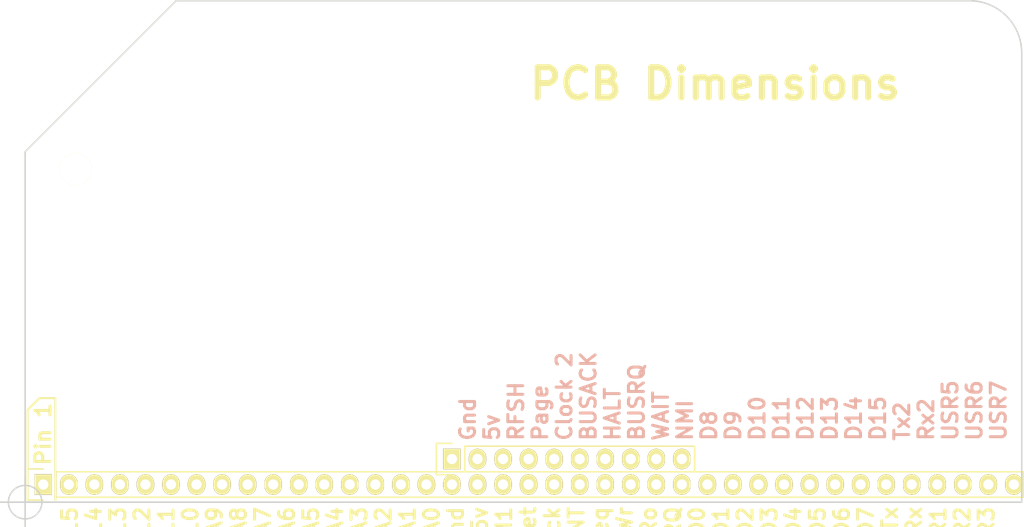
<source format=kicad_pcb>
(kicad_pcb (version 20171130) (host pcbnew 5.1.12-84ad8e8a86~92~ubuntu20.04.1)

  (general
    (thickness 1.6)
    (drawings 34)
    (tracks 0)
    (zones 0)
    (modules 3)
    (nets 48)
  )

  (page A4)
  (layers
    (0 F.Cu signal)
    (31 B.Cu signal)
    (32 B.Adhes user)
    (33 F.Adhes user)
    (34 B.Paste user)
    (35 F.Paste user)
    (36 B.SilkS user hide)
    (37 F.SilkS user hide)
    (38 B.Mask user)
    (39 F.Mask user)
    (40 Dwgs.User user)
    (41 Cmts.User user)
    (42 Eco1.User user)
    (43 Eco2.User user)
    (44 Edge.Cuts user)
    (45 Margin user)
    (46 B.CrtYd user)
    (47 F.CrtYd user hide)
    (48 B.Fab user)
    (49 F.Fab user)
  )

  (setup
    (last_trace_width 0.25)
    (trace_clearance 0.2)
    (zone_clearance 0.508)
    (zone_45_only no)
    (trace_min 0.2)
    (via_size 0.6)
    (via_drill 0.4)
    (via_min_size 0.4)
    (via_min_drill 0.3)
    (uvia_size 0.3)
    (uvia_drill 0.1)
    (uvias_allowed no)
    (uvia_min_size 0.2)
    (uvia_min_drill 0.1)
    (edge_width 0.15)
    (segment_width 0.2)
    (pcb_text_width 0.3)
    (pcb_text_size 1.5 1.5)
    (mod_edge_width 0.15)
    (mod_text_size 1 1)
    (mod_text_width 0.15)
    (pad_size 3.2 3.2)
    (pad_drill 3.2)
    (pad_to_mask_clearance 0.2)
    (aux_axis_origin 0 0)
    (visible_elements 7FFFFFFF)
    (pcbplotparams
      (layerselection 0x010f0_80000001)
      (usegerberextensions false)
      (usegerberattributes true)
      (usegerberadvancedattributes true)
      (creategerberjobfile true)
      (excludeedgelayer true)
      (linewidth 0.100000)
      (plotframeref false)
      (viasonmask false)
      (mode 1)
      (useauxorigin false)
      (hpglpennumber 1)
      (hpglpenspeed 20)
      (hpglpendiameter 15.000000)
      (psnegative false)
      (psa4output false)
      (plotreference true)
      (plotvalue true)
      (plotinvisibletext false)
      (padsonsilk false)
      (subtractmaskfromsilk false)
      (outputformat 1)
      (mirror false)
      (drillshape 0)
      (scaleselection 1)
      (outputdirectory "/home/spencer/Documents/KiCad/2016/RC2014/Dimension Template/"))
  )

  (net 0 "")
  (net 1 GND)
  (net 2 VCC)
  (net 3 /D0)
  (net 4 /D1)
  (net 5 /D2)
  (net 6 /D3)
  (net 7 /D4)
  (net 8 /D5)
  (net 9 /D6)
  (net 10 /D7)
  (net 11 "Net-(Con1-Pad35)")
  (net 12 "Net-(Con1-Pad36)")
  (net 13 "Net-(Con1-Pad37)")
  (net 14 "Net-(Con1-Pad38)")
  (net 15 "Net-(Con1-Pad39)")
  (net 16 /A15)
  (net 17 /A14)
  (net 18 /A13)
  (net 19 /A12)
  (net 20 /A11)
  (net 21 /A10)
  (net 22 /A9)
  (net 23 /A8)
  (net 24 /A7)
  (net 25 /A6)
  (net 26 /A5)
  (net 27 /A4)
  (net 28 /A3)
  (net 29 /A2)
  (net 30 /A1)
  (net 31 /A0)
  (net 32 M1)
  (net 33 RESET)
  (net 34 CLK)
  (net 35 INT)
  (net 36 MREQ)
  (net 37 WR)
  (net 38 RD)
  (net 39 IOREQ)
  (net 40 "Net-(P2-Pad3)")
  (net 41 "Net-(P2-Pad4)")
  (net 42 "Net-(P2-Pad5)")
  (net 43 "Net-(P2-Pad6)")
  (net 44 "Net-(P2-Pad7)")
  (net 45 "Net-(P2-Pad8)")
  (net 46 "Net-(P2-Pad9)")
  (net 47 "Net-(P2-Pad10)")

  (net_class Default "This is the default net class."
    (clearance 0.2)
    (trace_width 0.25)
    (via_dia 0.6)
    (via_drill 0.4)
    (uvia_dia 0.3)
    (uvia_drill 0.1)
    (add_net /A0)
    (add_net /A1)
    (add_net /A10)
    (add_net /A11)
    (add_net /A12)
    (add_net /A13)
    (add_net /A14)
    (add_net /A15)
    (add_net /A2)
    (add_net /A3)
    (add_net /A4)
    (add_net /A5)
    (add_net /A6)
    (add_net /A7)
    (add_net /A8)
    (add_net /A9)
    (add_net /D0)
    (add_net /D1)
    (add_net /D2)
    (add_net /D3)
    (add_net /D4)
    (add_net /D5)
    (add_net /D6)
    (add_net /D7)
    (add_net CLK)
    (add_net INT)
    (add_net IOREQ)
    (add_net M1)
    (add_net MREQ)
    (add_net "Net-(Con1-Pad35)")
    (add_net "Net-(Con1-Pad36)")
    (add_net "Net-(Con1-Pad37)")
    (add_net "Net-(Con1-Pad38)")
    (add_net "Net-(Con1-Pad39)")
    (add_net "Net-(P2-Pad10)")
    (add_net "Net-(P2-Pad3)")
    (add_net "Net-(P2-Pad4)")
    (add_net "Net-(P2-Pad5)")
    (add_net "Net-(P2-Pad6)")
    (add_net "Net-(P2-Pad7)")
    (add_net "Net-(P2-Pad8)")
    (add_net "Net-(P2-Pad9)")
    (add_net RD)
    (add_net RESET)
    (add_net WR)
  )

  (net_class Power ""
    (clearance 0.2)
    (trace_width 0.35)
    (via_dia 0.6)
    (via_drill 0.4)
    (uvia_dia 0.3)
    (uvia_drill 0.1)
    (add_net GND)
    (add_net VCC)
  )

  (module Pin_Headers:Pin_Header_Straight_1x40 (layer F.Cu) (tedit 583F5AD1) (tstamp 574B3D79)
    (at 155.702 151.6126 90)
    (descr "Through hole pin header")
    (tags "pin header")
    (path /57B2D86C)
    (fp_text reference "" (at 95.2119 16.6624 90) (layer F.SilkS) hide
      (effects (font (size 1 1) (thickness 0.15)))
    )
    (fp_text value "" (at 71.1454 23.5966 90) (layer F.Fab) hide
      (effects (font (size 1 1) (thickness 0.15)))
    )
    (fp_line (start -1.55 -1.55) (end 1.55 -1.55) (layer F.SilkS) (width 0.15))
    (fp_line (start -1.55 0) (end -1.55 -1.55) (layer F.SilkS) (width 0.15))
    (fp_line (start 1.27 1.27) (end -1.27 1.27) (layer F.SilkS) (width 0.15))
    (fp_line (start 1.55 -1.55) (end 1.55 0) (layer F.SilkS) (width 0.15))
    (fp_line (start 1.27 97.4598) (end 1.27 1.27) (layer F.SilkS) (width 0.15))
    (fp_line (start -1.27 97.4598) (end 1.27 97.4598) (layer F.SilkS) (width 0.15))
    (fp_line (start -1.27 1.27) (end -1.27 97.4598) (layer F.SilkS) (width 0.15))
    (fp_line (start -1.75 97.5226) (end 1.75 97.5226) (layer F.CrtYd) (width 0.05))
    (fp_line (start -1.75 -1.75) (end 1.75 -1.75) (layer F.CrtYd) (width 0.05))
    (fp_line (start 1.75 -1.75) (end 1.75 97.4598) (layer F.CrtYd) (width 0.05))
    (fp_line (start -1.75 -1.75) (end -1.75 97.4598) (layer F.CrtYd) (width 0.05))
    (pad 1 thru_hole rect (at 0 0 90) (size 2.032 1.7272) (drill 1.016) (layers *.Cu *.Mask F.SilkS)
      (net 16 /A15))
    (pad 2 thru_hole oval (at 0 2.54 90) (size 2.032 1.7272) (drill 1.016) (layers *.Cu *.Mask F.SilkS)
      (net 17 /A14))
    (pad 3 thru_hole oval (at 0 5.08 90) (size 2.032 1.7272) (drill 1.016) (layers *.Cu *.Mask F.SilkS)
      (net 18 /A13))
    (pad 4 thru_hole oval (at 0 7.62 90) (size 2.032 1.7272) (drill 1.016) (layers *.Cu *.Mask F.SilkS)
      (net 19 /A12))
    (pad 5 thru_hole oval (at 0 10.16 90) (size 2.032 1.7272) (drill 1.016) (layers *.Cu *.Mask F.SilkS)
      (net 20 /A11))
    (pad 6 thru_hole oval (at 0 12.7 90) (size 2.032 1.7272) (drill 1.016) (layers *.Cu *.Mask F.SilkS)
      (net 21 /A10))
    (pad 7 thru_hole oval (at 0 15.24 90) (size 2.032 1.7272) (drill 1.016) (layers *.Cu *.Mask F.SilkS)
      (net 22 /A9))
    (pad 8 thru_hole oval (at 0 17.78 90) (size 2.032 1.7272) (drill 1.016) (layers *.Cu *.Mask F.SilkS)
      (net 23 /A8))
    (pad 9 thru_hole oval (at 0 20.32 90) (size 2.032 1.7272) (drill 1.016) (layers *.Cu *.Mask F.SilkS)
      (net 24 /A7))
    (pad 10 thru_hole oval (at 0 22.86 90) (size 2.032 1.7272) (drill 1.016) (layers *.Cu *.Mask F.SilkS)
      (net 25 /A6))
    (pad 11 thru_hole oval (at 0 25.4 90) (size 2.032 1.7272) (drill 1.016) (layers *.Cu *.Mask F.SilkS)
      (net 26 /A5))
    (pad 12 thru_hole oval (at 0 27.94 90) (size 2.032 1.7272) (drill 1.016) (layers *.Cu *.Mask F.SilkS)
      (net 27 /A4))
    (pad 13 thru_hole oval (at 0 30.48 90) (size 2.032 1.7272) (drill 1.016) (layers *.Cu *.Mask F.SilkS)
      (net 28 /A3))
    (pad 14 thru_hole oval (at 0 33.02 90) (size 2.032 1.7272) (drill 1.016) (layers *.Cu *.Mask F.SilkS)
      (net 29 /A2))
    (pad 15 thru_hole oval (at 0 35.56 90) (size 2.032 1.7272) (drill 1.016) (layers *.Cu *.Mask F.SilkS)
      (net 30 /A1))
    (pad 16 thru_hole oval (at 0 38.1 90) (size 2.032 1.7272) (drill 1.016) (layers *.Cu *.Mask F.SilkS)
      (net 31 /A0))
    (pad 17 thru_hole oval (at 0 40.64 90) (size 2.032 1.7272) (drill 1.016) (layers *.Cu *.Mask F.SilkS)
      (net 1 GND))
    (pad 18 thru_hole oval (at 0 43.18 90) (size 2.032 1.7272) (drill 1.016) (layers *.Cu *.Mask F.SilkS)
      (net 2 VCC))
    (pad 19 thru_hole oval (at 0 45.72 90) (size 2.032 1.7272) (drill 1.016) (layers *.Cu *.Mask F.SilkS)
      (net 32 M1))
    (pad 20 thru_hole oval (at 0 48.26 90) (size 2.032 1.7272) (drill 1.016) (layers *.Cu *.Mask F.SilkS)
      (net 33 RESET))
    (pad 21 thru_hole oval (at 0 50.8 90) (size 2.032 1.7272) (drill 1.016) (layers *.Cu *.Mask F.SilkS)
      (net 34 CLK))
    (pad 22 thru_hole oval (at 0 53.34 90) (size 2.032 1.7272) (drill 1.016) (layers *.Cu *.Mask F.SilkS)
      (net 35 INT))
    (pad 23 thru_hole oval (at 0 55.88 90) (size 2.032 1.7272) (drill 1.016) (layers *.Cu *.Mask F.SilkS)
      (net 36 MREQ))
    (pad 24 thru_hole oval (at 0 58.42 90) (size 2.032 1.7272) (drill 1.016) (layers *.Cu *.Mask F.SilkS)
      (net 37 WR))
    (pad 25 thru_hole oval (at 0 60.96 90) (size 2.032 1.7272) (drill 1.016) (layers *.Cu *.Mask F.SilkS)
      (net 38 RD))
    (pad 26 thru_hole oval (at 0 63.5 90) (size 2.032 1.7272) (drill 1.016) (layers *.Cu *.Mask F.SilkS)
      (net 39 IOREQ))
    (pad 27 thru_hole oval (at 0 66.04 90) (size 2.032 1.7272) (drill 1.016) (layers *.Cu *.Mask F.SilkS)
      (net 3 /D0))
    (pad 28 thru_hole oval (at 0 68.58 90) (size 2.032 1.7272) (drill 1.016) (layers *.Cu *.Mask F.SilkS)
      (net 4 /D1))
    (pad 29 thru_hole oval (at 0 71.12 90) (size 2.032 1.7272) (drill 1.016) (layers *.Cu *.Mask F.SilkS)
      (net 5 /D2))
    (pad 30 thru_hole oval (at 0 73.66 90) (size 2.032 1.7272) (drill 1.016) (layers *.Cu *.Mask F.SilkS)
      (net 6 /D3))
    (pad 31 thru_hole oval (at 0 76.2 90) (size 2.032 1.7272) (drill 1.016) (layers *.Cu *.Mask F.SilkS)
      (net 7 /D4))
    (pad 32 thru_hole oval (at 0 78.74 90) (size 2.032 1.7272) (drill 1.016) (layers *.Cu *.Mask F.SilkS)
      (net 8 /D5))
    (pad 33 thru_hole oval (at 0 81.28 90) (size 2.032 1.7272) (drill 1.016) (layers *.Cu *.Mask F.SilkS)
      (net 9 /D6))
    (pad 34 thru_hole oval (at 0 83.82 90) (size 2.032 1.7272) (drill 1.016) (layers *.Cu *.Mask F.SilkS)
      (net 10 /D7))
    (pad 35 thru_hole oval (at 0 86.36 90) (size 2.032 1.7272) (drill 1.016) (layers *.Cu *.Mask F.SilkS)
      (net 11 "Net-(Con1-Pad35)"))
    (pad 36 thru_hole oval (at 0 88.9 90) (size 2.032 1.7272) (drill 1.016) (layers *.Cu *.Mask F.SilkS)
      (net 12 "Net-(Con1-Pad36)"))
    (pad 37 thru_hole oval (at 0 91.44 90) (size 2.032 1.7272) (drill 1.016) (layers *.Cu *.Mask F.SilkS)
      (net 13 "Net-(Con1-Pad37)"))
    (pad 38 thru_hole oval (at 0 93.98 90) (size 2.032 1.7272) (drill 1.016) (layers *.Cu *.Mask F.SilkS)
      (net 14 "Net-(Con1-Pad38)"))
    (pad 39 thru_hole oval (at 0 96.52 90) (size 2.032 1.7272) (drill 1.016) (layers *.Cu *.Mask F.SilkS)
      (net 15 "Net-(Con1-Pad39)"))
    (model Pin_Headers.3dshapes/Pin_Header_Straight_1x40.wrl
      (offset (xyz 0 -49.52999925613403 0))
      (scale (xyz 1 1 1))
      (rotate (xyz 0 0 90))
    )
  )

  (module Mounting_Holes:MountingHole_3.2mm_M3 locked (layer F.Cu) (tedit 583F5ADB) (tstamp 574B179B)
    (at 158.9278 120.2436)
    (descr "Mounting Hole 3.2mm, no annular, M3")
    (tags "mounting hole 3.2mm no annular m3")
    (fp_text reference "" (at 26.6446 -55.0545) (layer F.SilkS) hide
      (effects (font (size 1 1) (thickness 0.15)))
    )
    (fp_text value "" (at 2.3368 -73.0631 90) (layer F.Fab) hide
      (effects (font (size 1 1) (thickness 0.15)))
    )
    (fp_circle (center 0 0) (end 3.45 0) (layer F.CrtYd) (width 0.05))
    (fp_circle (center 0 0) (end 3.2 0) (layer Cmts.User) (width 0.15))
    (pad "" np_thru_hole circle (at 0 0) (size 3.2 3.2) (drill 3.2) (layers *.Cu *.Mask F.SilkS))
  )

  (module Pin_Headers:Pin_Header_Straight_1x10 (layer F.Cu) (tedit 583F5AE3) (tstamp 57B2E630)
    (at 196.342 149.0726 90)
    (descr "Through hole pin header")
    (tags "pin header")
    (path /57B2E338)
    (fp_text reference "" (at 81.5594 24.4094 90) (layer F.SilkS) hide
      (effects (font (size 1 1) (thickness 0.15)))
    )
    (fp_text value "" (at 70.5866 12.8524 90) (layer F.Fab) hide
      (effects (font (size 1 1) (thickness 0.15)))
    )
    (fp_line (start -1.55 -1.55) (end 1.55 -1.55) (layer F.SilkS) (width 0.15))
    (fp_line (start -1.55 0) (end -1.55 -1.55) (layer F.SilkS) (width 0.15))
    (fp_line (start 1.27 1.27) (end -1.27 1.27) (layer F.SilkS) (width 0.15))
    (fp_line (start 1.55 -1.55) (end 1.55 0) (layer F.SilkS) (width 0.15))
    (fp_line (start -1.27 24.13) (end -1.27 1.27) (layer F.SilkS) (width 0.15))
    (fp_line (start 1.27 24.13) (end -1.27 24.13) (layer F.SilkS) (width 0.15))
    (fp_line (start 1.27 1.27) (end 1.27 24.13) (layer F.SilkS) (width 0.15))
    (fp_line (start -1.75 24.65) (end 1.75 24.65) (layer F.CrtYd) (width 0.05))
    (fp_line (start -1.75 -1.75) (end 1.75 -1.75) (layer F.CrtYd) (width 0.05))
    (fp_line (start 1.75 -1.75) (end 1.75 24.65) (layer F.CrtYd) (width 0.05))
    (fp_line (start -1.75 -1.75) (end -1.75 24.65) (layer F.CrtYd) (width 0.05))
    (pad 1 thru_hole rect (at 0 0 90) (size 2.032 1.7272) (drill 1.016) (layers *.Cu *.Mask F.SilkS)
      (net 1 GND))
    (pad 2 thru_hole oval (at 0 2.54 90) (size 2.032 1.7272) (drill 1.016) (layers *.Cu *.Mask F.SilkS)
      (net 2 VCC))
    (pad 3 thru_hole oval (at 0 5.08 90) (size 2.032 1.7272) (drill 1.016) (layers *.Cu *.Mask F.SilkS)
      (net 40 "Net-(P2-Pad3)"))
    (pad 4 thru_hole oval (at 0 7.62 90) (size 2.032 1.7272) (drill 1.016) (layers *.Cu *.Mask F.SilkS)
      (net 41 "Net-(P2-Pad4)"))
    (pad 5 thru_hole oval (at 0 10.16 90) (size 2.032 1.7272) (drill 1.016) (layers *.Cu *.Mask F.SilkS)
      (net 42 "Net-(P2-Pad5)"))
    (pad 6 thru_hole oval (at 0 12.7 90) (size 2.032 1.7272) (drill 1.016) (layers *.Cu *.Mask F.SilkS)
      (net 43 "Net-(P2-Pad6)"))
    (pad 7 thru_hole oval (at 0 15.24 90) (size 2.032 1.7272) (drill 1.016) (layers *.Cu *.Mask F.SilkS)
      (net 44 "Net-(P2-Pad7)"))
    (pad 8 thru_hole oval (at 0 17.78 90) (size 2.032 1.7272) (drill 1.016) (layers *.Cu *.Mask F.SilkS)
      (net 45 "Net-(P2-Pad8)"))
    (pad 9 thru_hole oval (at 0 20.32 90) (size 2.032 1.7272) (drill 1.016) (layers *.Cu *.Mask F.SilkS)
      (net 46 "Net-(P2-Pad9)"))
    (pad 10 thru_hole oval (at 0 22.86 90) (size 2.032 1.7272) (drill 1.016) (layers *.Cu *.Mask F.SilkS)
      (net 47 "Net-(P2-Pad10)"))
    (model Pin_Headers.3dshapes/Pin_Header_Straight_1x10.wrl
      (offset (xyz 0 -11.42999982833862 0))
      (scale (xyz 1 1 1))
      (rotate (xyz 0 0 90))
    )
  )

  (gr_line (start 156.8958 153.13152) (end 156.93136 153.13152) (angle 90) (layer F.SilkS) (width 0.2))
  (gr_line (start 156.8958 143.01978) (end 156.8958 153.13152) (angle 90) (layer F.SilkS) (width 0.2))
  (gr_line (start 155.32608 143.01978) (end 156.8958 143.01978) (angle 90) (layer F.SilkS) (width 0.2))
  (gr_line (start 154.14498 144.20088) (end 155.32608 143.01978) (angle 90) (layer F.SilkS) (width 0.2))
  (gr_line (start 154.14498 153.13152) (end 154.14498 144.20088) (angle 90) (layer F.SilkS) (width 0.2))
  (gr_text "Pin 1" (at 155.68168 146.60118 90) (layer F.SilkS)
    (effects (font (size 1.5 1.5) (thickness 0.3)))
  )
  (target plus (at 153.8986 153.3652) (size 5) (width 0.15) (layer Edge.Cuts))
  (gr_text "M3 Mounting Hole" (at 155.56992 118.91264 45) (layer F.CrtYd)
    (effects (font (size 1.5 1.5) (thickness 0.3)))
  )
  (gr_text "PCB Dimensions" (at 222.51416 111.76) (layer F.SilkS)
    (effects (font (size 3 3) (thickness 0.6)))
  )
  (gr_text "Gnd\n5v\nRFSH\nPage\nClock 2\nBUSACK\nHALT\nBUSRQ\nWAIT\nNMI\nD8\nD9\nD10\nD11\nD12\nD13\nD14\nD15\nTx2\nRx2\nUSR5\nUSR6\nUSR7" (at 224.30232 147.41144 90) (layer B.SilkS)
    (effects (font (size 1.49 1.5) (thickness 0.3)) (justify left))
  )
  (gr_text "A15\nA14\nA13\nA12\nA11\nA10\nA9\nA8\nA7\nA6\nA5\nA4\nA3\nA2\nA1\nA0\nGnd\n5v\nM1\nReset\nClock\nINT\nMreq\nWr\nRo\nIORQ\nD0\nD1\nD2\nD3\nD4\nD5\nD6\nD7\nTx\nRx\nUSR1\nUSR2\nUSR3" (at 203.9112 153.6573 90) (layer F.SilkS)
    (effects (font (size 1.49 1.5) (thickness 0.3)) (justify right))
  )
  (dimension 1.714568 (width 0.3) (layer F.CrtYd)
    (gr_text "1.715 mm" (at 256.222742 152.44727 270.5092824) (layer F.CrtYd)
      (effects (font (size 1.5 1.5) (thickness 0.3)))
    )
    (feature1 (pts (xy 249.67438 151.64816) (xy 257.565069 151.578021)))
    (feature2 (pts (xy 249.68962 153.36266) (xy 257.580309 153.292521)))
    (crossbar (pts (xy 254.880416 153.31652) (xy 254.865176 151.60202)))
    (arrow1a (pts (xy 254.865176 151.60202) (xy 255.461587 152.723267)))
    (arrow1b (pts (xy 254.865176 151.60202) (xy 254.288791 152.733692)))
    (arrow2a (pts (xy 254.880416 153.31652) (xy 255.456801 152.184848)))
    (arrow2b (pts (xy 254.880416 153.31652) (xy 254.284005 152.195273)))
  )
  (dimension 3.398129 (width 0.3) (layer F.CrtYd)
    (gr_text "3.2 mm" (at 166.13124 113.10112 315) (layer F.CrtYd)
      (effects (font (size 1.5 1.5) (thickness 0.3)))
    )
    (feature1 (pts (xy 160.13176 121.44756) (xy 166.797097 114.782223)))
    (feature2 (pts (xy 157.72892 119.04472) (xy 164.394257 112.379383)))
    (crossbar (pts (xy 162.485069 114.288571) (xy 164.887909 116.691411)))
    (arrow1a (pts (xy 164.887909 116.691411) (xy 163.676688 116.309515)))
    (arrow1b (pts (xy 164.887909 116.691411) (xy 164.506013 115.48019)))
    (arrow2a (pts (xy 162.485069 114.288571) (xy 162.866965 115.499792)))
    (arrow2b (pts (xy 162.485069 114.288571) (xy 163.69629 114.670467)))
  )
  (gr_text "5.1mm\nradius" (at 245.2878 108.4326) (layer F.CrtYd)
    (effects (font (size 1.5 1.5) (thickness 0.3)))
  )
  (gr_line (start 251.73178 105.27792) (end 249.79884 105.27792) (angle 90) (layer F.CrtYd) (width 0.2))
  (gr_line (start 251.73178 105.29062) (end 251.73178 107.23626) (angle 90) (layer F.CrtYd) (width 0.2))
  (gr_line (start 251.71908 105.3084) (end 248.09196 108.93552) (angle 90) (layer F.CrtYd) (width 0.2))
  (gr_text "135 deg" (at 172.15104 107.60964) (layer F.CrtYd)
    (effects (font (size 1.5 1.5) (thickness 0.3)))
  )
  (gr_line (start 169.08526 103.81488) (end 172.13326 106.86288) (angle 90) (layer F.CrtYd) (width 0.2))
  (gr_line (start 168.97604 103.72344) (end 168.97604 105.01884) (angle 90) (layer F.CrtYd) (width 0.2))
  (gr_line (start 170.62196 103.72344) (end 168.97604 103.72344) (angle 90) (layer F.CrtYd) (width 0.2))
  (dimension 15.0114 (width 0.3) (layer F.CrtYd)
    (gr_text "15.011 mm" (at 161.4043 99.06636) (layer F.CrtYd)
      (effects (font (size 1.5 1.5) (thickness 0.3)))
    )
    (feature1 (pts (xy 153.8986 103.505) (xy 153.8986 97.71636)))
    (feature2 (pts (xy 168.91 103.505) (xy 168.91 97.71636)))
    (crossbar (pts (xy 168.91 100.41636) (xy 153.8986 100.41636)))
    (arrow1a (pts (xy 153.8986 100.41636) (xy 155.025104 99.829939)))
    (arrow1b (pts (xy 153.8986 100.41636) (xy 155.025104 101.002781)))
    (arrow2a (pts (xy 168.91 100.41636) (xy 167.783496 99.829939)))
    (arrow2b (pts (xy 168.91 100.41636) (xy 167.783496 101.002781)))
  )
  (dimension 5.0292 (width 0.3) (layer F.CrtYd)
    (gr_text "5.029 mm" (at 156.4132 128.7564) (layer F.CrtYd)
      (effects (font (size 1.5 1.5) (thickness 0.3)))
    )
    (feature1 (pts (xy 153.8986 120.2436) (xy 153.8986 130.1064)))
    (feature2 (pts (xy 158.9278 120.2436) (xy 158.9278 130.1064)))
    (crossbar (pts (xy 158.9278 127.4064) (xy 153.8986 127.4064)))
    (arrow1a (pts (xy 153.8986 127.4064) (xy 155.025104 126.819979)))
    (arrow1b (pts (xy 153.8986 127.4064) (xy 155.025104 127.992821)))
    (arrow2a (pts (xy 158.9278 127.4064) (xy 157.801296 126.819979)))
    (arrow2b (pts (xy 158.9278 127.4064) (xy 157.801296 127.992821)))
  )
  (dimension 33.1216 (width 0.3) (layer F.CrtYd)
    (gr_text "33.122 mm" (at 165.9928 136.8044 270) (layer F.CrtYd)
      (effects (font (size 1.5 1.5) (thickness 0.3)))
    )
    (feature1 (pts (xy 158.9278 153.3652) (xy 167.3428 153.3652)))
    (feature2 (pts (xy 158.9278 120.2436) (xy 167.3428 120.2436)))
    (crossbar (pts (xy 164.6428 120.2436) (xy 164.6428 153.3652)))
    (arrow1a (pts (xy 164.6428 153.3652) (xy 164.056379 152.238696)))
    (arrow1b (pts (xy 164.6428 153.3652) (xy 165.229221 152.238696)))
    (arrow2a (pts (xy 164.6428 120.2436) (xy 164.056379 121.370104)))
    (arrow2b (pts (xy 164.6428 120.2436) (xy 165.229221 121.370104)))
  )
  (dimension 34.8488 (width 0.3) (layer F.CrtYd)
    (gr_text "34.849 mm" (at 146.3129 135.9408 90) (layer F.CrtYd)
      (effects (font (size 1.5 1.5) (thickness 0.3)))
    )
    (feature1 (pts (xy 153.8986 118.5164) (xy 144.9629 118.5164)))
    (feature2 (pts (xy 153.8986 153.3652) (xy 144.9629 153.3652)))
    (crossbar (pts (xy 147.6629 153.3652) (xy 147.6629 118.5164)))
    (arrow1a (pts (xy 147.6629 118.5164) (xy 148.249321 119.642904)))
    (arrow1b (pts (xy 147.6629 118.5164) (xy 147.076479 119.642904)))
    (arrow2a (pts (xy 147.6629 153.3652) (xy 148.249321 152.238696)))
    (arrow2b (pts (xy 147.6629 153.3652) (xy 147.076479 152.238696)))
  )
  (dimension 49.8602 (width 0.3) (layer F.CrtYd)
    (gr_text "49.860 mm" (at 137.969 128.4351 90) (layer F.CrtYd)
      (effects (font (size 1.5 1.5) (thickness 0.3)))
    )
    (feature1 (pts (xy 179.8955 103.505) (xy 136.619 103.505)))
    (feature2 (pts (xy 179.8955 153.3652) (xy 136.619 153.3652)))
    (crossbar (pts (xy 139.319 153.3652) (xy 139.319 103.505)))
    (arrow1a (pts (xy 139.319 103.505) (xy 139.905421 104.631504)))
    (arrow1b (pts (xy 139.319 103.505) (xy 138.732579 104.631504)))
    (arrow2a (pts (xy 139.319 153.3652) (xy 139.905421 152.238696)))
    (arrow2b (pts (xy 139.319 153.3652) (xy 138.732579 152.238696)))
  )
  (dimension 99.10572 (width 0.3) (layer F.CrtYd)
    (gr_text "99.106 mm" (at 203.45146 162.7035) (layer F.CrtYd)
      (effects (font (size 1.5 1.5) (thickness 0.3)))
    )
    (feature1 (pts (xy 253.00432 149.86254) (xy 253.00432 164.0535)))
    (feature2 (pts (xy 153.8986 149.86254) (xy 153.8986 164.0535)))
    (crossbar (pts (xy 153.8986 161.3535) (xy 253.00432 161.3535)))
    (arrow1a (pts (xy 253.00432 161.3535) (xy 251.877816 161.939921)))
    (arrow1b (pts (xy 253.00432 161.3535) (xy 251.877816 160.767079)))
    (arrow2a (pts (xy 153.8986 161.3535) (xy 155.025104 161.939921)))
    (arrow2b (pts (xy 153.8986 161.3535) (xy 155.025104 160.767079)))
  )
  (dimension 5.034511 (width 0.3) (layer F.CrtYd)
    (gr_text "5.035 mm" (at 156.801297 161.017316 0.5492363601) (layer F.CrtYd)
      (effects (font (size 1.5 1.5) (thickness 0.3)))
    )
    (feature1 (pts (xy 153.89352 120.29186) (xy 154.297098 162.391384)))
    (feature2 (pts (xy 158.9278 120.2436) (xy 159.331378 162.343124)))
    (crossbar (pts (xy 159.305496 159.643248) (xy 154.271216 159.691508)))
    (arrow1a (pts (xy 154.271216 159.691508) (xy 155.392047 159.094316)))
    (arrow1b (pts (xy 154.271216 159.691508) (xy 155.403289 160.267103)))
    (arrow2a (pts (xy 159.305496 159.643248) (xy 158.173423 159.067653)))
    (arrow2b (pts (xy 159.305496 159.643248) (xy 158.184665 160.24044)))
  )
  (gr_line (start 253 108.685) (end 253 153.3652) (angle 90) (layer Edge.Cuts) (width 0.15))
  (gr_line (start 247.8184 103.505) (end 168.91 103.505) (angle 90) (layer Edge.Cuts) (width 0.15))
  (gr_arc (start 247.8184 108.685) (end 247.8184 103.505) (angle 90) (layer Edge.Cuts) (width 0.15))
  (gr_line (start 153.8986 118.5164) (end 153.8986 153.3652) (angle 90) (layer Edge.Cuts) (width 0.15))
  (gr_line (start 168.91 103.505) (end 153.8986 118.5164) (angle 90) (layer Edge.Cuts) (width 0.15))
  (gr_line (start 153.8986 153.3652) (end 253 153.3652) (angle 90) (layer Edge.Cuts) (width 0.15))

)

</source>
